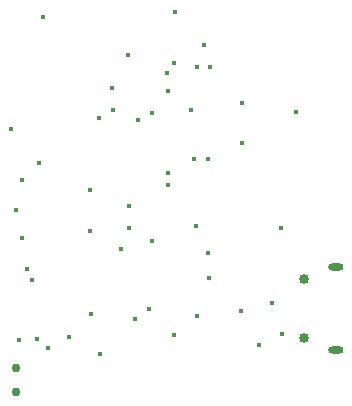
<source format=gbr>
%TF.GenerationSoftware,KiCad,Pcbnew,7.0.2*%
%TF.CreationDate,2024-01-28T17:58:21-05:00*%
%TF.ProjectId,E-INK Watch,452d494e-4b20-4576-9174-63682e6b6963,rev?*%
%TF.SameCoordinates,Original*%
%TF.FileFunction,Plated,1,2,PTH,Mixed*%
%TF.FilePolarity,Positive*%
%FSLAX46Y46*%
G04 Gerber Fmt 4.6, Leading zero omitted, Abs format (unit mm)*
G04 Created by KiCad (PCBNEW 7.0.2) date 2024-01-28 17:58:21*
%MOMM*%
%LPD*%
G01*
G04 APERTURE LIST*
%TA.AperFunction,ViaDrill*%
%ADD10C,0.400000*%
%TD*%
G04 aperture for slot hole*
%TA.AperFunction,ComponentDrill*%
%ADD11O,1.300000X0.600000*%
%TD*%
%TA.AperFunction,ComponentDrill*%
%ADD12C,0.750000*%
%TD*%
%TA.AperFunction,ComponentDrill*%
%ADD13C,0.850000*%
%TD*%
G04 APERTURE END LIST*
D10*
X82143600Y-111810800D03*
X82550000Y-118643400D03*
X82804000Y-129667000D03*
X83108800Y-121081800D03*
X83134200Y-116154200D03*
X83515200Y-123647200D03*
X83921600Y-124587000D03*
X84353400Y-129590800D03*
X84556600Y-114731800D03*
X84886800Y-102311200D03*
X85259451Y-130353049D03*
X87096600Y-129438400D03*
X88823800Y-117017800D03*
X88890500Y-120497600D03*
X88958999Y-127526191D03*
X89611200Y-110871000D03*
X89712800Y-130835400D03*
X90703400Y-108331000D03*
X90779600Y-110236000D03*
X91440000Y-121970800D03*
X92049600Y-105562400D03*
X92125800Y-118338600D03*
X92151200Y-120167400D03*
X92621100Y-127927100D03*
X92938600Y-111020498D03*
X93878400Y-127025400D03*
X94081600Y-110464600D03*
X94081600Y-121335800D03*
X95402400Y-107061000D03*
X95445500Y-116586000D03*
X95459917Y-115554681D03*
X95478600Y-108635800D03*
X95926959Y-129285500D03*
X96003599Y-106239799D03*
X96012000Y-101904800D03*
X97434400Y-110210600D03*
X97688400Y-114401600D03*
X97815400Y-120065800D03*
X97891600Y-106578400D03*
X97917000Y-127660400D03*
X98509601Y-104707201D03*
X98856800Y-114401600D03*
X98882200Y-122326400D03*
X98962212Y-124406153D03*
X99004590Y-106589074D03*
X101676200Y-127228600D03*
X101727000Y-109601000D03*
X101727000Y-112979200D03*
X103124000Y-130098800D03*
X104241600Y-126568200D03*
X105003600Y-120192800D03*
X105079800Y-129184400D03*
X106299000Y-110413800D03*
D11*
%TO.C,J2*%
X109687500Y-123500000D03*
X109687500Y-130500000D03*
D12*
%TO.C,J3*%
X82550000Y-132080000D03*
X82550000Y-134080000D03*
D13*
%TO.C,J2*%
X106987500Y-124500000D03*
X106987500Y-129500000D03*
M02*

</source>
